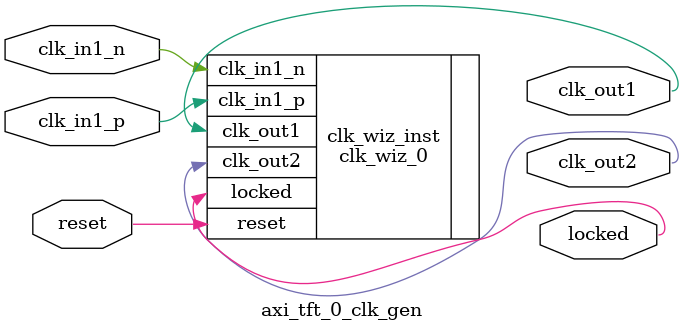
<source format=v>

`timescale 1ps/1ps

module axi_tft_0_clk_gen 
 (// Clock in ports
  input         clk_in1_p,
  input         clk_in1_n,
  // Clock out ports
  output        clk_out1,
  output        clk_out2,
  // Status and control signals
  input         reset,
  output        locked
 );

  // Clocking PRIMITIVE
  //------------------------------------
  // Instantiation of the clk_wiz

  clk_wiz_0 clk_wiz_inst
   (  // Input clocks
      .clk_in1_p(clk_in1_p),
      .clk_in1_n(clk_in1_n),
    // Output clocks 
      .clk_out1(clk_out1),
      .clk_out2(clk_out2),
      .reset(reset),
      .locked(locked)
   );
 

endmodule

</source>
